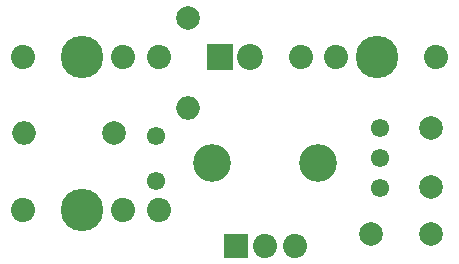
<source format=gbr>
G04 #@! TF.GenerationSoftware,KiCad,Pcbnew,(5.0.0)*
G04 #@! TF.CreationDate,2018-08-29T14:30:47+02:00*
G04 #@! TF.ProjectId,1u_lpg,31755F6C70672E6B696361645F706362,rev?*
G04 #@! TF.SameCoordinates,Original*
G04 #@! TF.FileFunction,Soldermask,Top*
G04 #@! TF.FilePolarity,Negative*
%FSLAX46Y46*%
G04 Gerber Fmt 4.6, Leading zero omitted, Abs format (unit mm)*
G04 Created by KiCad (PCBNEW (5.0.0)) date 08/29/18 14:30:47*
%MOMM*%
%LPD*%
G01*
G04 APERTURE LIST*
%ADD10C,1.550000*%
%ADD11C,2.200000*%
%ADD12R,2.200000X2.200000*%
%ADD13C,2.048460*%
%ADD14C,3.600000*%
%ADD15R,2.048460X2.048460*%
%ADD16C,3.194000*%
%ADD17C,2.000000*%
%ADD18O,2.000000X2.000000*%
G04 APERTURE END LIST*
D10*
G04 #@! TO.C,U1*
X12750000Y-15000000D03*
X31750000Y-15640000D03*
X31750000Y-10560000D03*
X12750000Y-11200000D03*
X31750000Y-13100000D03*
G04 #@! TD*
D11*
G04 #@! TO.C,D1*
X20750000Y-4500000D03*
D12*
X18210000Y-4500000D03*
G04 #@! TD*
D13*
G04 #@! TO.C,J_CV_1*
X1501280Y-17500000D03*
X9997580Y-17500000D03*
X12999860Y-17500000D03*
D14*
X6500000Y-17500000D03*
G04 #@! TD*
G04 #@! TO.C,J_IN_1*
X6500000Y-4500000D03*
D13*
X12999860Y-4500000D03*
X9997580Y-4500000D03*
X1501280Y-4500000D03*
G04 #@! TD*
G04 #@! TO.C,J_OUT_1*
X36498720Y-4500000D03*
X28002420Y-4500000D03*
X25000140Y-4500000D03*
D14*
X31500000Y-4500000D03*
G04 #@! TD*
D15*
G04 #@! TO.C,RV1*
X19500640Y-20497700D03*
D13*
X22000000Y-20497700D03*
X24499360Y-20497700D03*
D16*
X17501660Y-13500000D03*
X26498340Y-13500000D03*
G04 #@! TD*
D17*
G04 #@! TO.C,R_VAC_1*
X9200000Y-11000000D03*
D18*
X1580000Y-11000000D03*
G04 #@! TD*
G04 #@! TO.C,R_LED_1*
X15500000Y-8870000D03*
D17*
X15500000Y-1250000D03*
G04 #@! TD*
G04 #@! TO.C,C1*
X36000000Y-19500000D03*
X31000000Y-19500000D03*
G04 #@! TD*
G04 #@! TO.C,C2*
X36000000Y-10500000D03*
X36000000Y-15500000D03*
G04 #@! TD*
M02*

</source>
